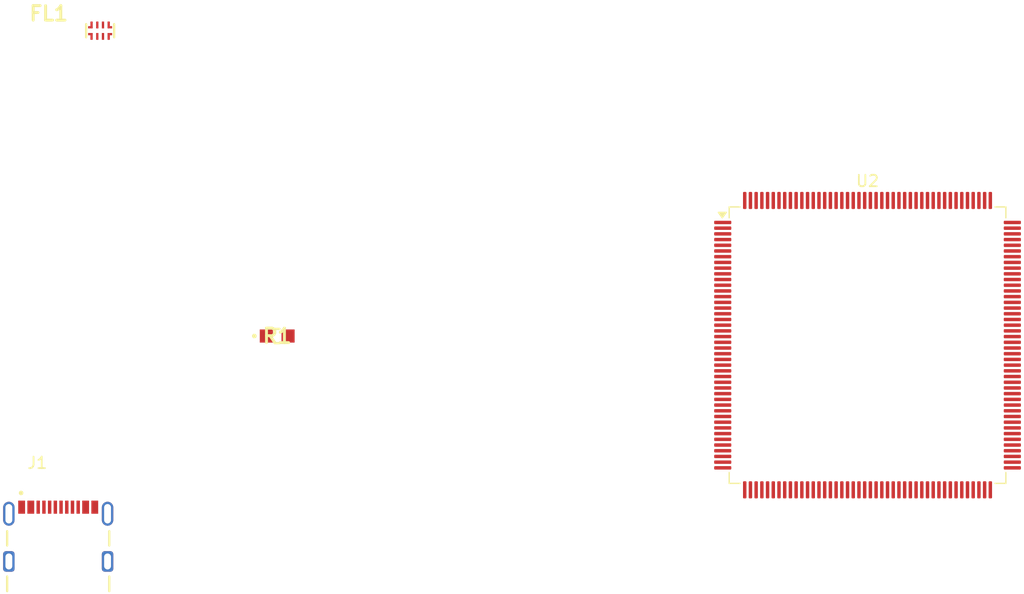
<source format=kicad_pcb>
(kicad_pcb (version 20240108) (generator "pcbnew") (generator_version "8.0")
  (layers (0 "F.Cu" signal) (31 "B.Cu" signal) (34 "B.Paste" user) (35 "F.Paste" user) (36 "B.SilkS" user "B.Silkscreen") (37 "F.SilkS" user "F.Silkscreen") (38 "B.Mask" user) (39 "F.Mask" user) (44 "Edge.Cuts" user))
  (net 0 "")
  (net 11 "Net-(U2-VSS-Pad100)")
  (net 44 "Net-(U2-VSSDSI-Pad105)")
  (footprint "MylibSTM:ERA6AEB1020V" (layer "F.Cu") (at 47.45 58.45)
    (property "Reference" "R1" (at 0 0 0) (layer "F.SilkS") (effects (font (size 1.27 1.27) (thickness 0.254))))
    (property "Value" "ERA-6AED512V" (hide yes))
    (fp_line (start -2 -0.1) (end -2 -0.1) (stroke (width 0.2)) (layer "F.SilkS"))
    (fp_line (start -2 0.1) (end -2 0.1) (stroke (width 0.2)) (layer "F.SilkS"))
    (fp_line (start -0.2 -0.625) (end 0.2 -0.625) (stroke (width 0.2)) (layer "F.SilkS"))
    (fp_line (start -0.2 0.625) (end 0.2 0.625) (stroke (width 0.2)) (layer "F.SilkS"))
    (fp_arc (start -2 -0.1) (mid -1.9 0) (end -2 0.1) (stroke (width 0.2)) (layer "F.SilkS"))
    (fp_arc (start -2 0.1) (mid -2.1 0) (end -2 -0.1) (stroke (width 0.2)) (layer "F.SilkS"))
    (pad "1" smd rect (at -0.95 0) (size 1.15 1.15) (layers "F.Cu" "F.Paste" "F.Mask"))
    (pad "2" smd rect (at 0.95 0) (size 1.15 1.15) (layers "F.Cu" "F.Paste" "F.Mask"))
  )
  (footprint "Package_QFP:LQFP-176_24x24mm_P0.5mm" (layer "F.Cu") (at 99.125 59.25)
    (property "Reference" "U2" (at 0 -14.38 0) (layer "F.SilkS"))
    (property "Value" "STM32H747IGTx" (hide yes))
    (fp_line (start -12.11 -12.11) (end -12.11 -11.16) (stroke (width 0.12)) (layer "F.SilkS"))
    (fp_line (start -12.11 12.11) (end -12.11 11.16) (stroke (width 0.12)) (layer "F.SilkS"))
    (fp_line (start -11.16 -12.11) (end -12.11 -12.11) (stroke (width 0.12)) (layer "F.SilkS"))
    (fp_line (start -11.16 12.11) (end -12.11 12.11) (stroke (width 0.12)) (layer "F.SilkS"))
    (fp_line (start 11.16 -12.11) (end 12.11 -12.11) (stroke (width 0.12)) (layer "F.SilkS"))
    (fp_line (start 11.16 12.11) (end 12.11 12.11) (stroke (width 0.12)) (layer "F.SilkS"))
    (fp_line (start 12.11 -12.11) (end 12.11 -11.16) (stroke (width 0.12)) (layer "F.SilkS"))
    (fp_line (start 12.11 12.11) (end 12.11 11.16) (stroke (width 0.12)) (layer "F.SilkS"))
    (fp_poly (pts (xy -12.7125 -11.16) (xy -13.0525 -11.63) (xy -12.3725 -11.63) (xy -12.7125 -11.16)) (stroke (width 0.12)) (fill solid) (layer "F.SilkS"))
    (pad "1" smd roundrect (at -12.675 -10.75) (size 1.5 0.3) (layers "F.Cu" "F.Paste" "F.Mask"))
    (pad "2" smd roundrect (at -12.675 -10.25) (size 1.5 0.3) (layers "F.Cu" "F.Paste" "F.Mask"))
    (pad "3" smd roundrect (at -12.675 -9.75) (size 1.5 0.3) (layers "F.Cu" "F.Paste" "F.Mask"))
    (pad "4" smd roundrect (at -12.675 -9.25) (size 1.5 0.3) (layers "F.Cu" "F.Paste" "F.Mask"))
    (pad "5" smd roundrect (at -12.675 -8.75) (size 1.5 0.3) (layers "F.Cu" "F.Paste" "F.Mask"))
    (pad "6" smd roundrect (at -12.675 -8.25) (size 1.5 0.3) (layers "F.Cu" "F.Paste" "F.Mask") (net 11 "Net-(U2-VSS-Pad100)"))
    (pad "7" smd roundrect (at -12.675 -7.75) (size 1.5 0.3) (layers "F.Cu" "F.Paste" "F.Mask"))
    (pad "8" smd roundrect (at -12.675 -7.25) (size 1.5 0.3) (layers "F.Cu" "F.Paste" "F.Mask"))
    (pad "9" smd roundrect (at -12.675 -6.75) (size 1.5 0.3) (layers "F.Cu" "F.Paste" "F.Mask"))
    (pad "10" smd roundrect (at -12.675 -6.25) (size 1.5 0.3) (layers "F.Cu" "F.Paste" "F.Mask"))
    (pad "11" smd roundrect (at -12.675 -5.75) (size 1.5 0.3) (layers "F.Cu" "F.Paste" "F.Mask"))
    (pad "12" smd roundrect (at -12.675 -5.25) (size 1.5 0.3) (layers "F.Cu" "F.Paste" "F.Mask") (net 11 "Net-(U2-VSS-Pad100)"))
    (pad "13" smd roundrect (at -12.675 -4.75) (size 1.5 0.3) (layers "F.Cu" "F.Paste" "F.Mask"))
    (pad "14" smd roundrect (at -12.675 -4.25) (size 1.5 0.3) (layers "F.Cu" "F.Paste" "F.Mask"))
    (pad "15" smd roundrect (at -12.675 -3.75) (size 1.5 0.3) (layers "F.Cu" "F.Paste" "F.Mask"))
    (pad "16" smd roundrect (at -12.675 -3.25) (size 1.5 0.3) (layers "F.Cu" "F.Paste" "F.Mask"))
    (pad "17" smd roundrect (at -12.675 -2.75) (size 1.5 0.3) (layers "F.Cu" "F.Paste" "F.Mask"))
    (pad "18" smd roundrect (at -12.675 -2.25) (size 1.5 0.3) (layers "F.Cu" "F.Paste" "F.Mask"))
    (pad "19" smd roundrect (at -12.675 -1.75) (size 1.5 0.3) (layers "F.Cu" "F.Paste" "F.Mask"))
    (pad "20" smd roundrect (at -12.675 -1.25) (size 1.5 0.3) (layers "F.Cu" "F.Paste" "F.Mask"))
    (pad "21" smd roundrect (at -12.675 -0.75) (size 1.5 0.3) (layers "F.Cu" "F.Paste" "F.Mask"))
    (pad "22" smd roundrect (at -12.675 -0.25) (size 1.5 0.3) (layers "F.Cu" "F.Paste" "F.Mask"))
    (pad "23" smd roundrect (at -12.675 0.25) (size 1.5 0.3) (layers "F.Cu" "F.Paste" "F.Mask"))
    (pad "24" smd roundrect (at -12.675 0.75) (size 1.5 0.3) (layers "F.Cu" "F.Paste" "F.Mask") (net 11 "Net-(U2-VSS-Pad100)"))
    (pad "25" smd roundrect (at -12.675 1.25) (size 1.5 0.3) (layers "F.Cu" "F.Paste" "F.Mask"))
    (pad "26" smd roundrect (at -12.675 1.75) (size 1.5 0.3) (layers "F.Cu" "F.Paste" "F.Mask"))
    (pad "27" smd roundrect (at -12.675 2.25) (size 1.5 0.3) (layers "F.Cu" "F.Paste" "F.Mask"))
    (pad "28" smd roundrect (at -12.675 2.75) (size 1.5 0.3) (layers "F.Cu" "F.Paste" "F.Mask"))
    (pad "29" smd roundrect (at -12.675 3.25) (size 1.5 0.3) (layers "F.Cu" "F.Paste" "F.Mask"))
    (pad "30" smd roundrect (at -12.675 3.75) (size 1.5 0.3) (layers "F.Cu" "F.Paste" "F.Mask"))
    (pad "31" smd roundrect (at -12.675 4.25) (size 1.5 0.3) (layers "F.Cu" "F.Paste" "F.Mask"))
    (pad "32" smd roundrect (at -12.675 4.75) (size 1.5 0.3) (layers "F.Cu" "F.Paste" "F.Mask"))
    (pad "33" smd roundrect (at -12.675 5.25) (size 1.5 0.3) (layers "F.Cu" "F.Paste" "F.Mask"))
    (pad "34" smd roundrect (at -12.675 5.75) (size 1.5 0.3) (layers "F.Cu" "F.Paste" "F.Mask"))
    (pad "35" smd roundrect (at -12.675 6.25) (size 1.5 0.3) (layers "F.Cu" "F.Paste" "F.Mask"))
    (pad "36" smd roundrect (at -12.675 6.75) (size 1.5 0.3) (layers "F.Cu" "F.Paste" "F.Mask"))
    (pad "37" smd roundrect (at -12.675 7.25) (size 1.5 0.3) (layers "F.Cu" "F.Paste" "F.Mask"))
    (pad "38" smd roundrect (at -12.675 7.75) (size 1.5 0.3) (layers "F.Cu" "F.Paste" "F.Mask"))
    (pad "39" smd roundrect (at -12.675 8.25) (size 1.5 0.3) (layers "F.Cu" "F.Paste" "F.Mask"))
    (pad "40" smd roundrect (at -12.675 8.75) (size 1.5 0.3) (layers "F.Cu" "F.Paste" "F.Mask"))
    (pad "41" smd roundrect (at -12.675 9.25) (size 1.5 0.3) (layers "F.Cu" "F.Paste" "F.Mask"))
    (pad "42" smd roundrect (at -12.675 9.75) (size 1.5 0.3) (layers "F.Cu" "F.Paste" "F.Mask"))
    (pad "43" smd roundrect (at -12.675 10.25) (size 1.5 0.3) (layers "F.Cu" "F.Paste" "F.Mask"))
    (pad "44" smd roundrect (at -12.675 10.75) (size 1.5 0.3) (layers "F.Cu" "F.Paste" "F.Mask"))
    (pad "45" smd roundrect (at -10.75 12.675) (size 0.3 1.5) (layers "F.Cu" "F.Paste" "F.Mask") (net 11 "Net-(U2-VSS-Pad100)"))
    (pad "46" smd roundrect (at -10.25 12.675) (size 0.3 1.5) (layers "F.Cu" "F.Paste" "F.Mask"))
    (pad "47" smd roundrect (at -9.75 12.675) (size 0.3 1.5) (layers "F.Cu" "F.Paste" "F.Mask") (net 11 "Net-(U2-VSS-Pad100)"))
    (pad "48" smd roundrect (at -9.25 12.675) (size 0.3 1.5) (layers "F.Cu" "F.Paste" "F.Mask"))
    (pad "49" smd roundrect (at -8.75 12.675) (size 0.3 1.5) (layers "F.Cu" "F.Paste" "F.Mask"))
    (pad "50" smd roundrect (at -8.25 12.675) (size 0.3 1.5) (layers "F.Cu" "F.Paste" "F.Mask"))
    (pad "51" smd roundrect (at -7.75 12.675) (size 0.3 1.5) (layers "F.Cu" "F.Paste" "F.Mask"))
    (pad "52" smd roundrect (at -7.25 12.675) (size 0.3 1.5) (layers "F.Cu" "F.Paste" "F.Mask"))
    (pad "53" smd roundrect (at -6.75 12.675) (size 0.3 1.5) (layers "F.Cu" "F.Paste" "F.Mask"))
    (pad "54" smd roundrect (at -6.25 12.675) (size 0.3 1.5) (layers "F.Cu" "F.Paste" "F.Mask"))
    (pad "55" smd roundrect (at -5.75 12.675) (size 0.3 1.5) (layers "F.Cu" "F.Paste" "F.Mask"))
    (pad "56" smd roundrect (at -5.25 12.675) (size 0.3 1.5) (layers "F.Cu" "F.Paste" "F.Mask"))
    (pad "57" smd roundrect (at -4.75 12.675) (size 0.3 1.5) (layers "F.Cu" "F.Paste" "F.Mask"))
    (pad "58" smd roundrect (at -4.25 12.675) (size 0.3 1.5) (layers "F.Cu" "F.Paste" "F.Mask"))
    (pad "59" smd roundrect (at -3.75 12.675) (size 0.3 1.5) (layers "F.Cu" "F.Paste" "F.Mask"))
    (pad "60" smd roundrect (at -3.25 12.675) (size 0.3 1.5) (layers "F.Cu" "F.Paste" "F.Mask"))
    (pad "61" smd roundrect (at -2.75 12.675) (size 0.3 1.5) (layers "F.Cu" "F.Paste" "F.Mask"))
    (pad "62" smd roundrect (at -2.25 12.675) (size 0.3 1.5) (layers "F.Cu" "F.Paste" "F.Mask"))
    (pad "63" smd roundrect (at -1.75 12.675) (size 0.3 1.5) (layers "F.Cu" "F.Paste" "F.Mask"))
    (pad "64" smd roundrect (at -1.25 12.675) (size 0.3 1.5) (layers "F.Cu" "F.Paste" "F.Mask") (net 11 "Net-(U2-VSS-Pad100)"))
    (pad "65" smd roundrect (at -0.75 12.675) (size 0.3 1.5) (layers "F.Cu" "F.Paste" "F.Mask"))
    (pad "66" smd roundrect (at -0.25 12.675) (size 0.3 1.5) (layers "F.Cu" "F.Paste" "F.Mask"))
    (pad "67" smd roundrect (at 0.25 12.675) (size 0.3 1.5) (layers "F.Cu" "F.Paste" "F.Mask"))
    (pad "68" smd roundrect (at 0.75 12.675) (size 0.3 1.5) (layers "F.Cu" "F.Paste" "F.Mask"))
    (pad "69" smd roundrect (at 1.25 12.675) (size 0.3 1.5) (layers "F.Cu" "F.Paste" "F.Mask"))
    (pad "70" smd roundrect (at 1.75 12.675) (size 0.3 1.5) (layers "F.Cu" "F.Paste" "F.Mask") (net 11 "Net-(U2-VSS-Pad100)"))
    (pad "71" smd roundrect (at 2.25 12.675) (size 0.3 1.5) (layers "F.Cu" "F.Paste" "F.Mask"))
    (pad "72" smd roundrect (at 2.75 12.675) (size 0.3 1.5) (layers "F.Cu" "F.Paste" "F.Mask"))
    (pad "73" smd roundrect (at 3.25 12.675) (size 0.3 1.5) (layers "F.Cu" "F.Paste" "F.Mask"))
    (pad "74" smd roundrect (at 3.75 12.675) (size 0.3 1.5) (layers "F.Cu" "F.Paste" "F.Mask"))
    (pad "75" smd roundrect (at 4.25 12.675) (size 0.3 1.5) (layers "F.Cu" "F.Paste" "F.Mask"))
    (pad "76" smd roundrect (at 4.75 12.675) (size 0.3 1.5) (layers "F.Cu" "F.Paste" "F.Mask"))
    (pad "77" smd roundrect (at 5.25 12.675) (size 0.3 1.5) (layers "F.Cu" "F.Paste" "F.Mask"))
    (pad "78" smd roundrect (at 5.75 12.675) (size 0.3 1.5) (layers "F.Cu" "F.Paste" "F.Mask"))
    (pad "79" smd roundrect (at 6.25 12.675) (size 0.3 1.5) (layers "F.Cu" "F.Paste" "F.Mask"))
    (pad "80" smd roundrect (at 6.75 12.675) (size 0.3 1.5) (layers "F.Cu" "F.Paste" "F.Mask"))
    (pad "81" smd roundrect (at 7.25 12.675) (size 0.3 1.5) (layers "F.Cu" "F.Paste" "F.Mask") (net 11 "Net-(U2-VSS-Pad100)"))
    (pad "82" smd roundrect (at 7.75 12.675) (size 0.3 1.5) (layers "F.Cu" "F.Paste" "F.Mask"))
    (pad "83" smd roundrect (at 8.25 12.675) (size 0.3 1.5) (layers "F.Cu" "F.Paste" "F.Mask") (net 11 "Net-(U2-VSS-Pad100)"))
    (pad "84" smd roundrect (at 8.75 12.675) (size 0.3 1.5) (layers "F.Cu" "F.Paste" "F.Mask"))
    (pad "85" smd roundrect (at 9.25 12.675) (size 0.3 1.5) (layers "F.Cu" "F.Paste" "F.Mask"))
    (pad "86" smd roundrect (at 9.75 12.675) (size 0.3 1.5) (layers "F.Cu" "F.Paste" "F.Mask"))
    (pad "87" smd roundrect (at 10.25 12.675) (size 0.3 1.5) (layers "F.Cu" "F.Paste" "F.Mask"))
    (pad "88" smd roundrect (at 10.75 12.675) (size 0.3 1.5) (layers "F.Cu" "F.Paste" "F.Mask"))
    (pad "89" smd roundrect (at 12.675 10.75) (size 1.5 0.3) (layers "F.Cu" "F.Paste" "F.Mask"))
    (pad "90" smd roundrect (at 12.675 10.25) (size 1.5 0.3) (layers "F.Cu" "F.Paste" "F.Mask"))
    (pad "91" smd roundrect (at 12.675 9.75) (size 1.5 0.3) (layers "F.Cu" "F.Paste" "F.Mask"))
    (pad "92" smd roundrect (at 12.675 9.25) (size 1.5 0.3) (layers "F.Cu" "F.Paste" "F.Mask"))
    (pad "93" smd roundrect (at 12.675 8.75) (size 1.5 0.3) (layers "F.Cu" "F.Paste" "F.Mask") (net 11 "Net-(U2-VSS-Pad100)"))
    (pad "94" smd roundrect (at 12.675 8.25) (size 1.5 0.3) (layers "F.Cu" "F.Paste" "F.Mask"))
    (pad "95" smd roundrect (at 12.675 7.75) (size 1.5 0.3) (layers "F.Cu" "F.Paste" "F.Mask"))
    (pad "96" smd roundrect (at 12.675 7.25) (size 1.5 0.3) (layers "F.Cu" "F.Paste" "F.Mask"))
    (pad "97" smd roundrect (at 12.675 6.75) (size 1.5 0.3) (layers "F.Cu" "F.Paste" "F.Mask"))
    (pad "98" smd roundrect (at 12.675 6.25) (size 1.5 0.3) (layers "F.Cu" "F.Paste" "F.Mask"))
    (pad "99" smd roundrect (at 12.675 5.75) (size 1.5 0.3) (layers "F.Cu" "F.Paste" "F.Mask"))
    (pad "100" smd roundrect (at 12.675 5.25) (size 1.5 0.3) (layers "F.Cu" "F.Paste" "F.Mask") (net 11 "Net-(U2-VSS-Pad100)"))
    (pad "101" smd roundrect (at 12.675 4.75) (size 1.5 0.3) (layers "F.Cu" "F.Paste" "F.Mask"))
    (pad "102" smd roundrect (at 12.675 4.25) (size 1.5 0.3) (layers "F.Cu" "F.Paste" "F.Mask"))
    (pad "103" smd roundrect (at 12.675 3.75) (size 1.5 0.3) (layers "F.Cu" "F.Paste" "F.Mask"))
    (pad "104" smd roundrect (at 12.675 3.25) (size 1.5 0.3) (layers "F.Cu" "F.Paste" "F.Mask"))
    (pad "105" smd roundrect (at 12.675 2.75) (size 1.5 0.3) (layers "F.Cu" "F.Paste" "F.Mask") (net 44 "Net-(U2-VSSDSI-Pad105)"))
    (pad "106" smd roundrect (at 12.675 2.25) (size 1.5 0.3) (layers "F.Cu" "F.Paste" "F.Mask"))
    (pad "107" smd roundrect (at 12.675 1.75) (size 1.5 0.3) (layers "F.Cu" "F.Paste" "F.Mask"))
    (pad "108" smd roundrect (at 12.675 1.25) (size 1.5 0.3) (layers "F.Cu" "F.Paste" "F.Mask"))
    (pad "109" smd roundrect (at 12.675 0.75) (size 1.5 0.3) (layers "F.Cu" "F.Paste" "F.Mask") (net 44 "Net-(U2-VSSDSI-Pad105)"))
    (pad "110" smd roundrect (at 12.675 0.25) (size 1.5 0.3) (layers "F.Cu" "F.Paste" "F.Mask"))
    (pad "111" smd roundrect (at 12.675 -0.25) (size 1.5 0.3) (layers "F.Cu" "F.Paste" "F.Mask"))
    (pad "112" smd roundrect (at 12.675 -0.75) (size 1.5 0.3) (layers "F.Cu" "F.Paste" "F.Mask") (net 11 "Net-(U2-VSS-Pad100)"))
    (pad "113" smd roundrect (at 12.675 -1.25) (size 1.5 0.3) (layers "F.Cu" "F.Paste" "F.Mask"))
    (pad "114" smd roundrect (at 12.675 -1.75) (size 1.5 0.3) (layers "F.Cu" "F.Paste" "F.Mask"))
    (pad "115" smd roundrect (at 12.675 -2.25) (size 1.5 0.3) (layers "F.Cu" "F.Paste" "F.Mask"))
    (pad "116" smd roundrect (at 12.675 -2.75) (size 1.5 0.3) (layers "F.Cu" "F.Paste" "F.Mask"))
    (pad "117" smd roundrect (at 12.675 -3.25) (size 1.5 0.3) (layers "F.Cu" "F.Paste" "F.Mask"))
    (pad "118" smd roundrect (at 12.675 -3.75) (size 1.5 0.3) (layers "F.Cu" "F.Paste" "F.Mask"))
    (pad "119" smd roundrect (at 12.675 -4.25) (size 1.5 0.3) (layers "F.Cu" "F.Paste" "F.Mask") (net 11 "Net-(U2-VSS-Pad100)"))
    (pad "120" smd roundrect (at 12.675 -4.75) (size 1.5 0.3) (layers "F.Cu" "F.Paste" "F.Mask"))
    (pad "121" smd roundrect (at 12.675 -5.25) (size 1.5 0.3) (layers "F.Cu" "F.Paste" "F.Mask"))
    (pad "122" smd roundrect (at 12.675 -5.75) (size 1.5 0.3) (layers "F.Cu" "F.Paste" "F.Mask"))
    (pad "123" smd roundrect (at 12.675 -6.25) (size 1.5 0.3) (layers "F.Cu" "F.Paste" "F.Mask"))
    (pad "124" smd roundrect (at 12.675 -6.75) (size 1.5 0.3) (layers "F.Cu" "F.Paste" "F.Mask"))
    (pad "125" smd roundrect (at 12.675 -7.25) (size 1.5 0.3) (layers "F.Cu" "F.Paste" "F.Mask"))
    (pad "126" smd roundrect (at 12.675 -7.75) (size 1.5 0.3) (layers "F.Cu" "F.Paste" "F.Mask"))
    (pad "127" smd roundrect (at 12.675 -8.25) (size 1.5 0.3) (layers "F.Cu" "F.Paste" "F.Mask"))
    (pad "128" smd roundrect (at 12.675 -8.75) (size 1.5 0.3) (layers "F.Cu" "F.Paste" "F.Mask"))
    (pad "129" smd roundrect (at 12.675 -9.25) (size 1.5 0.3) (layers "F.Cu" "F.Paste" "F.Mask"))
    (pad "130" smd roundrect (at 12.675 -9.75) (size 1.5 0.3) (layers "F.Cu" "F.Paste" "F.Mask"))
    (pad "131" smd roundrect (at 12.675 -10.25) (size 1.5 0.3) (layers "F.Cu" "F.Paste" "F.Mask"))
    (pad "132" smd roundrect (at 12.675 -10.75) (size 1.5 0.3) (layers "F.Cu" "F.Paste" "F.Mask"))
    (pad "133" smd roundrect (at 10.75 -12.675) (size 0.3 1.5) (layers "F.Cu" "F.Paste" "F.Mask"))
    (pad "134" smd roundrect (at 10.25 -12.675) (size 0.3 1.5) (layers "F.Cu" "F.Paste" "F.Mask") (net 11 "Net-(U2-VSS-Pad100)"))
    (pad "135" smd roundrect (at 9.75 -12.675) (size 0.3 1.5) (layers "F.Cu" "F.Paste" "F.Mask"))
    (pad "136" smd roundrect (at 9.25 -12.675) (size 0.3 1.5) (layers "F.Cu" "F.Paste" "F.Mask"))
    (pad "137" smd roundrect (at 8.75 -12.675) (size 0.3 1.5) (layers "F.Cu" "F.Paste" "F.Mask") (net 11 "Net-(U2-VSS-Pad100)"))
    (pad "138" smd roundrect (at 8.25 -12.675) (size 0.3 1.5) (layers "F.Cu" "F.Paste" "F.Mask"))
    (pad "139" smd roundrect (at 7.75 -12.675) (size 0.3 1.5) (layers "F.Cu" "F.Paste" "F.Mask"))
    (pad "140" smd roundrect (at 7.25 -12.675) (size 0.3 1.5) (layers "F.Cu" "F.Paste" "F.Mask"))
    (pad "141" smd roundrect (at 6.75 -12.675) (size 0.3 1.5) (layers "F.Cu" "F.Paste" "F.Mask"))
    (pad "142" smd roundrect (at 6.25 -12.675) (size 0.3 1.5) (layers "F.Cu" "F.Paste" "F.Mask"))
    (pad "143" smd roundrect (at 5.75 -12.675) (size 0.3 1.5) (layers "F.Cu" "F.Paste" "F.Mask"))
    (pad "144" smd roundrect (at 5.25 -12.675) (size 0.3 1.5) (layers "F.Cu" "F.Paste" "F.Mask"))
    (pad "145" smd roundrect (at 4.75 -12.675) (size 0.3 1.5) (layers "F.Cu" "F.Paste" "F.Mask"))
    (pad "146" smd roundrect (at 4.25 -12.675) (size 0.3 1.5) (layers "F.Cu" "F.Paste" "F.Mask"))
    (pad "147" smd roundrect (at 3.75 -12.675) (size 0.3 1.5) (layers "F.Cu" "F.Paste" "F.Mask"))
    (pad "148" smd roundrect (at 3.25 -12.675) (size 0.3 1.5) (layers "F.Cu" "F.Paste" "F.Mask"))
    (pad "149" smd roundrect (at 2.75 -12.675) (size 0.3 1.5) (layers "F.Cu" "F.Paste" "F.Mask"))
    (pad "150" smd roundrect (at 2.25 -12.675) (size 0.3 1.5) (layers "F.Cu" "F.Paste" "F.Mask"))
    (pad "151" smd roundrect (at 1.75 -12.675) (size 0.3 1.5) (layers "F.Cu" "F.Paste" "F.Mask") (net 11 "Net-(U2-VSS-Pad100)"))
    (pad "152" smd roundrect (at 1.25 -12.675) (size 0.3 1.5) (layers "F.Cu" "F.Paste" "F.Mask"))
    (pad "153" smd roundrect (at 0.75 -12.675) (size 0.3 1.5) (layers "F.Cu" "F.Paste" "F.Mask"))
    (pad "154" smd roundrect (at 0.25 -12.675) (size 0.3 1.5) (layers "F.Cu" "F.Paste" "F.Mask"))
    (pad "155" smd roundrect (at -0.25 -12.675) (size 0.3 1.5) (layers "F.Cu" "F.Paste" "F.Mask"))
    (pad "156" smd roundrect (at -0.75 -12.675) (size 0.3 1.5) (layers "F.Cu" "F.Paste" "F.Mask"))
    (pad "157" smd roundrect (at -1.25 -12.675) (size 0.3 1.5) (layers "F.Cu" "F.Paste" "F.Mask"))
    (pad "158" smd roundrect (at -1.75 -12.675) (size 0.3 1.5) (layers "F.Cu" "F.Paste" "F.Mask"))
    (pad "159" smd roundrect (at -2.25 -12.675) (size 0.3 1.5) (layers "F.Cu" "F.Paste" "F.Mask") (net 11 "Net-(U2-VSS-Pad100)"))
    (pad "160" smd roundrect (at -2.75 -12.675) (size 0.3 1.5) (layers "F.Cu" "F.Paste" "F.Mask"))
    (pad "161" smd roundrect (at -3.25 -12.675) (size 0.3 1.5) (layers "F.Cu" "F.Paste" "F.Mask"))
    (pad "162" smd roundrect (at -3.75 -12.675) (size 0.3 1.5) (layers "F.Cu" "F.Paste" "F.Mask"))
    (pad "163" smd roundrect (at -4.25 -12.675) (size 0.3 1.5) (layers "F.Cu" "F.Paste" "F.Mask"))
    (pad "164" smd roundrect (at -4.75 -12.675) (size 0.3 1.5) (layers "F.Cu" "F.Paste" "F.Mask"))
    (pad "165" smd roundrect (at -5.25 -12.675) (size 0.3 1.5) (layers "F.Cu" "F.Paste" "F.Mask"))
    (pad "166" smd roundrect (at -5.75 -12.675) (size 0.3 1.5) (layers "F.Cu" "F.Paste" "F.Mask"))
    (pad "167" smd roundrect (at -6.25 -12.675) (size 0.3 1.5) (layers "F.Cu" "F.Paste" "F.Mask"))
    (pad "168" smd roundrect (at -6.75 -12.675) (size 0.3 1.5) (layers "F.Cu" "F.Paste" "F.Mask"))
    (pad "169" smd roundrect (at -7.25 -12.675) (size 0.3 1.5) (layers "F.Cu" "F.Paste" "F.Mask"))
    (pad "170" smd roundrect (at -7.75 -12.675) (size 0.3 1.5) (layers "F.Cu" "F.Paste" "F.Mask"))
    (pad "171" smd roundrect (at -8.25 -12.675) (size 0.3 1.5) (layers "F.Cu" "F.Paste" "F.Mask"))
    (pad "172" smd roundrect (at -8.75 -12.675) (size 0.3 1.5) (layers "F.Cu" "F.Paste" "F.Mask"))
    (pad "173" smd roundrect (at -9.25 -12.675) (size 0.3 1.5) (layers "F.Cu" "F.Paste" "F.Mask") (net 11 "Net-(U2-VSS-Pad100)"))
    (pad "174" smd roundrect (at -9.75 -12.675) (size 0.3 1.5) (layers "F.Cu" "F.Paste" "F.Mask"))
    (pad "175" smd roundrect (at -10.25 -12.675) (size 0.3 1.5) (layers "F.Cu" "F.Paste" "F.Mask"))
    (pad "176" smd roundrect (at -10.75 -12.675) (size 0.3 1.5) (layers "F.Cu" "F.Paste" "F.Mask"))
  )
  (footprint "MylibSTM:USB4105GFA060" (layer "F.Cu") (at 28.28 78.2)
    (property "Reference" "J1" (at -1.825 -8.635 0) (layer "F.SilkS"))
    (property "Value" "USB4105GFA060")
    (fp_line (start -4.47 -2.65) (end -4.47 -1.4) (stroke (width 0.2)) (layer "F.SilkS"))
    (fp_line (start -4.47 1.32) (end -4.47 2.6) (stroke (width 0.2)) (layer "F.SilkS"))
    (fp_line (start 4.47 -2.65) (end 4.47 -1.4) (stroke (width 0.2)) (layer "F.SilkS"))
    (fp_line (start 4.47 2.6) (end 4.47 1.32) (stroke (width 0.2)) (layer "F.SilkS"))
    (fp_circle (center -3.25 -6) (end -3.15 -6) (stroke (width 0.2)) (fill none) (layer "F.SilkS"))
    (pad "" np_thru_hole circle (at -2.89 -3.68) (size 0.65 0.65) (drill 0.65) (layers "*.Cu" "*.Mask"))
    (pad "" np_thru_hole circle (at 2.89 -3.68) (size 0.65 0.65) (drill 0.65) (layers "*.Cu" "*.Mask"))
    (pad "A1_B12" smd rect (at -3.2 -4.755) (size 0.6 1.15) (layers "F.Cu" "F.Paste" "F.Mask"))
    (pad "A4_B9" smd rect (at -2.4 -4.755) (size 0.6 1.15) (layers "F.Cu" "F.Paste" "F.Mask"))
    (pad "A5" smd rect (at -1.25 -4.755) (size 0.3 1.15) (layers "F.Cu" "F.Paste" "F.Mask"))
    (pad "A6" smd rect (at -0.25 -4.755) (size 0.3 1.15) (layers "F.Cu" "F.Paste" "F.Mask"))
    (pad "A7" smd rect (at 0.25 -4.755) (size 0.3 1.15) (layers "F.Cu" "F.Paste" "F.Mask"))
    (pad "A8" smd rect (at 1.25 -4.755) (size 0.3 1.15) (layers "F.Cu" "F.Paste" "F.Mask"))
    (pad "B1_A12" smd rect (at 3.2 -4.755) (size 0.6 1.15) (layers "F.Cu" "F.Paste" "F.Mask"))
    (pad "B4_A9" smd rect (at 2.4 -4.755) (size 0.6 1.15) (layers "F.Cu" "F.Paste" "F.Mask"))
    (pad "B5" smd rect (at 1.75 -4.755) (size 0.3 1.15) (layers "F.Cu" "F.Paste" "F.Mask"))
    (pad "B6" smd rect (at 0.75 -4.755) (size 0.3 1.15) (layers "F.Cu" "F.Paste" "F.Mask"))
    (pad "B7" smd rect (at -0.75 -4.755) (size 0.3 1.15) (layers "F.Cu" "F.Paste" "F.Mask"))
    (pad "B8" smd rect (at -1.75 -4.755) (size 0.3 1.15) (layers "F.Cu" "F.Paste" "F.Mask"))
    (pad "SH1" thru_hole oval (at -4.32 -4.18) (size 1 2.1) (drill oval 0.6 1.7) (layers "*.Cu" "*.Mask"))
    (pad "SH2" thru_hole oval (at 4.32 -4.18) (size 1 2.1) (drill oval 0.6 1.7) (layers "*.Cu" "*.Mask"))
    (pad "SH3" thru_hole roundrect (at -4.32 0) (size 1 1.8) (drill oval 0.6 1.4) (layers "*.Cu" "*.Mask"))
    (pad "SH4" thru_hole roundrect (at 4.32 0) (size 1 1.8) (drill oval 0.6 1.4) (layers "*.Cu" "*.Mask"))
  )
  (footprint "MylibSTM:ECMF024CMX8" (layer "F.Cu") (at 31.95 31.7)
    (property "Reference" "FL1" (at -4.5 -1.5 0) (layer "F.SilkS") (effects (font (size 1.27 1.27) (thickness 0.254))))
    (property "Value" "ECMF02-4CMX8" (hide yes))
    (fp_line (start -1.225 -0.575) (end -1.225 0.575) (stroke (width 0.2)) (layer "F.SilkS"))
    (fp_line (start -0.76 0.955) (end -0.76 0.955) (stroke (width 0.0102)) (layer "F.SilkS"))
    (fp_line (start -0.75 0.955) (end -0.75 0.955) (stroke (width 0.0102)) (layer "F.SilkS"))
    (fp_line (start 1.225 -0.575) (end 1.225 0.575) (stroke (width 0.2)) (layer "F.SilkS"))
    (fp_arc (start -0.76 0.955) (mid -0.755 0.95) (end -0.75 0.955) (stroke (width 0.0102)) (layer "F.SilkS"))
    (fp_arc (start -0.75 0.955) (mid -0.755 0.96) (end -0.76 0.955) (stroke (width 0.0102)) (layer "F.SilkS"))
    (pad "1" smd rect (at -0.75 0.5) (size 0.2 0.6) (layers "F.Cu" "F.Paste" "F.Mask"))
    (pad "2" smd rect (at -0.25 0.5) (size 0.2 0.6) (layers "F.Cu" "F.Paste" "F.Mask"))
    (pad "3" smd rect (at 0.25 0.5) (size 0.2 0.6) (layers "F.Cu" "F.Paste" "F.Mask"))
    (pad "4" smd rect (at 0.75 0.5) (size 0.2 0.6) (layers "F.Cu" "F.Paste" "F.Mask"))
    (pad "5" smd rect (at 0.75 -0.5) (size 0.2 0.6) (layers "F.Cu" "F.Paste" "F.Mask"))
    (pad "6" smd rect (at 0.25 -0.5) (size 0.2 0.6) (layers "F.Cu" "F.Paste" "F.Mask"))
    (pad "7" smd rect (at -0.25 -0.5) (size 0.2 0.6) (layers "F.Cu" "F.Paste" "F.Mask"))
    (pad "8" smd rect (at -0.75 -0.5) (size 0.2 0.6) (layers "F.Cu" "F.Paste" "F.Mask"))
    (pad "9" smd rect (at -0.95 -0.3 90) (size 0.2 0.2) (layers "F.Cu" "F.Paste" "F.Mask"))
    (pad "10" smd rect (at -0.95 0.3 90) (size 0.2 0.2) (layers "F.Cu" "F.Paste" "F.Mask"))
    (pad "11" smd rect (at 0.95 0.3 90) (size 0.2 0.2) (layers "F.Cu" "F.Paste" "F.Mask"))
    (pad "12" smd rect (at 0.95 -0.3 90) (size 0.2 0.2) (layers "F.Cu" "F.Paste" "F.Mask"))
  )
)
</source>
